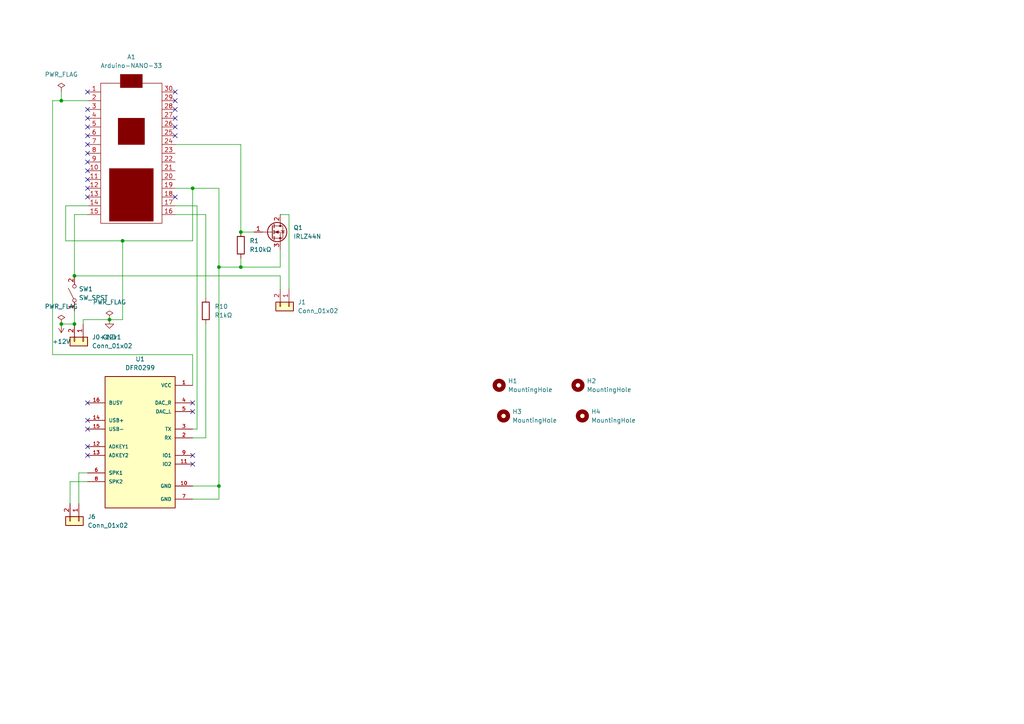
<source format=kicad_sch>
(kicad_sch (version 20211123) (generator eeschema)
  (paper "A4")
  (lib_symbols
    (symbol "Arduino-nano-33:Arduino-NANO-33" (pin_names (offset 1.016) hide)
      (property "Reference" "A1" (at 0 27.94 0))
      (property "Value" "Arduino-NANO-33" (at 0 25.4 0))
      (symbol "Arduino-NANO-33_0_1"
        (rectangle (start -8.89 -20.32) (end 8.89 20.32))
        (rectangle (start -3.81 10.16) (end 3.81 2.54) (fill (type outline)))
        (rectangle (start -3.175 22.86) (end 3.175 19.05) (fill (type outline)))
        (rectangle (start 6.35 -19.685) (end -6.35 -4.445) (fill (type outline)))
      )
      (symbol "Arduino-NANO-33_1_1"
        (pin passive line (at -12.7 17.78 0) (length 3.81) (name "D13~") (number "1"))
        (pin passive line (at -12.7 -5.08 0) (length 3.81) (name "A6") (number "10"))
        (pin passive line (at -12.7 -7.62 0) (length 3.81) (name "A7") (number "11"))
        (pin passive line (at -12.7 -10.16 0) (length 3.81) (name "+5V") (number "12"))
        (pin passive line (at -12.7 -12.7 0) (length 3.81) (name "RESET") (number "13"))
        (pin passive line (at -12.7 -15.24 0) (length 3.81) (name "GND") (number "14"))
        (pin passive line (at -12.7 -17.78 0) (length 3.81) (name "VIN") (number "15"))
        (pin passive line (at 12.7 -17.78 180) (length 3.81) (name "TX") (number "16"))
        (pin passive line (at 12.7 -15.24 180) (length 3.81) (name "RX") (number "17"))
        (pin passive line (at 12.7 -12.7 180) (length 3.81) (name "RESET") (number "18"))
        (pin passive line (at 12.7 -10.16 180) (length 3.81) (name "GND") (number "19"))
        (pin passive line (at -12.7 15.24 0) (length 3.81) (name "+3V3") (number "2"))
        (pin passive line (at 12.7 -7.62 180) (length 3.81) (name "~D2") (number "20"))
        (pin passive line (at 12.7 -5.08 180) (length 3.81) (name "~D3") (number "21"))
        (pin passive line (at 12.7 -2.54 180) (length 3.81) (name "~D4") (number "22"))
        (pin passive line (at 12.7 0 180) (length 3.81) (name "~D5") (number "23"))
        (pin passive line (at 12.7 2.54 180) (length 3.81) (name "~D6") (number "24"))
        (pin passive line (at 12.7 5.08 180) (length 3.81) (name "~D7") (number "25"))
        (pin passive line (at 12.7 7.62 180) (length 3.81) (name "~D8") (number "26"))
        (pin passive line (at 12.7 10.16 180) (length 3.81) (name "~D9") (number "27"))
        (pin passive line (at 12.7 12.7 180) (length 3.81) (name "~D10") (number "28"))
        (pin passive line (at 12.7 15.24 180) (length 3.81) (name "CIPI") (number "29"))
        (pin passive line (at -12.7 12.7 0) (length 3.81) (name "AREF") (number "3"))
        (pin passive line (at 12.7 17.78 180) (length 3.81) (name "CIPO") (number "30"))
        (pin passive line (at -12.7 10.16 0) (length 3.81) (name "A0") (number "4"))
        (pin passive line (at -12.7 7.62 0) (length 3.81) (name "A1") (number "5"))
        (pin passive line (at -12.7 5.08 0) (length 3.81) (name "A2") (number "6"))
        (pin passive line (at -12.7 2.54 0) (length 3.81) (name "A3") (number "7"))
        (pin passive line (at -12.7 0 0) (length 3.81) (name "A4") (number "8"))
        (pin passive line (at -12.7 -2.54 0) (length 3.81) (name "A5") (number "9"))
      )
    )
    (symbol "Connector_Generic:Conn_01x02" (pin_names (offset 1.016) hide)
      (property "Reference" "J" (at 0 2.54 0))
      (property "Value" "Conn_01x02" (at 0 -5.08 0))
      (symbol "Conn_01x02_1_1"
        (rectangle (start -1.27 -2.413) (end 0 -2.667) (stroke (width 0.1524)))
        (rectangle (start -1.27 0.127) (end 0 -0.127) (stroke (width 0.1524)))
        (rectangle (start -1.27 1.27) (end 1.27 -3.81) (stroke (width 0.254)) (fill (type background)))
        (pin passive line (at -5.08 0 0) (length 3.81) (name "Pin_1") (number "1"))
        (pin passive line (at -5.08 -2.54 0) (length 3.81) (name "Pin_2") (number "2"))
      )
    )
    (symbol "DFR0299:DFR0299" (pin_names (offset 1.016))
      (property "Reference" "U1" (at 0 22.86 0))
      (property "Value" "DFR0299" (at 0 20.32 0))
      (symbol "DFR0299_0_0"
        (rectangle (start -10.16 -20.32) (end 10.16 17.78) (stroke (width 0.254)) (fill (type background)))
        (pin power_in line (at 15.24 15.24 180) (length 5.08) (name "VCC") (number "1"))
        (pin passive line (at 15.24 -13.97 180) (length 5.08) (name "GND") (number "10"))
        (pin bidirectional line (at 15.24 -7.62 180) (length 5.08) (name "IO2") (number "11"))
        (pin input line (at -15.24 -2.54 0) (length 5.08) (name "ADKEY1") (number "12"))
        (pin input line (at -15.24 -5.08 0) (length 5.08) (name "ADKEY2") (number "13"))
        (pin input line (at -15.24 5.08 0) (length 5.08) (name "USB+") (number "14"))
        (pin input line (at -15.24 2.54 0) (length 5.08) (name "USB-") (number "15"))
        (pin input line (at -15.24 10.16 0) (length 5.08) (name "BUSY") (number "16"))
        (pin input line (at 15.24 0 180) (length 5.08) (name "RX") (number "2"))
        (pin output line (at 15.24 2.54 180) (length 5.08) (name "TX") (number "3"))
        (pin output line (at 15.24 10.16 180) (length 5.08) (name "DAC_R") (number "4"))
        (pin output line (at 15.24 7.62 180) (length 5.08) (name "DAC_L") (number "5"))
        (pin passive line (at -15.24 -10.16 0) (length 5.08) (name "SPK1") (number "6"))
        (pin passive line (at 15.24 -17.78 180) (length 5.08) (name "GND") (number "7"))
        (pin passive line (at -15.24 -12.7 0) (length 5.08) (name "SPK2") (number "8"))
        (pin bidirectional line (at 15.24 -5.08 180) (length 5.08) (name "IO1") (number "9"))
      )
    )
    (symbol "Device:R" (pin_numbers hide) (pin_names (offset 0))
      (property "Reference" "R" (at 2.032 0 90))
      (property "Value" "R" (at 0 0 90))
      (symbol "R_0_1"
        (rectangle (start -1.016 -2.54) (end 1.016 2.54) (stroke (width 0.254)))
      )
      (symbol "R_1_1"
        (pin passive line (at 0 3.81 270) (length 1.27) (name "~") (number "1"))
        (pin passive line (at 0 -3.81 90) (length 1.27) (name "~") (number "2"))
      )
    )
    (symbol "Mechanical:MountingHole" (pin_names (offset 1.016))
      (property "Reference" "H" (at 0 5.08 0))
      (property "Value" "MountingHole" (at 0 3.175 0))
      (symbol "MountingHole_0_1"
        (circle (center 0 0) (radius 1.27) (stroke (width 1.27)))
      )
    )
    (symbol "Switch:SW_SPST" (pin_names (offset 0) hide)
      (property "Reference" "SW" (at 0 3.175 0))
      (property "Value" "SW_SPST" (at 0 -2.54 0))
      (symbol "SW_SPST_0_0"
        (circle (center -2.032 0) (radius 0.508))
        (polyline (pts (xy -1.524 0.254) (xy 1.524 1.778)))
        (circle (center 2.032 0) (radius 0.508))
      )
      (symbol "SW_SPST_1_1"
        (pin passive line (at -5.08 0 0) (length 2.54) (name "A") (number "1"))
        (pin passive line (at 5.08 0 180) (length 2.54) (name "B") (number "2"))
      )
    )
    (symbol "Transistor_FET:IRLZ44N" (pin_names hide)
      (property "Reference" "Q" (at 6.35 1.905 0))
      (property "Value" "IRLZ44N" (at 6.35 0 0))
      (symbol "IRLZ44N_0_1"
        (polyline (pts (xy 0.254 0) (xy -2.54 0)))
        (polyline (pts (xy 0.254 1.905) (xy 0.254 -1.905)) (stroke (width 0.254)))
        (polyline (pts (xy 0.762 -1.27) (xy 0.762 -2.286)) (stroke (width 0.254)))
        (polyline (pts (xy 0.762 0.508) (xy 0.762 -0.508)) (stroke (width 0.254)))
        (polyline (pts (xy 0.762 2.286) (xy 0.762 1.27)) (stroke (width 0.254)))
        (polyline (pts (xy 2.54 2.54) (xy 2.54 1.778)))
        (polyline (pts (xy 2.54 -2.54) (xy 2.54 0) (xy 0.762 0)))
        (polyline (pts (xy 0.762 -1.778) (xy 3.302 -1.778) (xy 3.302 1.778) (xy 0.762 1.778)))
        (polyline (pts (xy 1.016 0) (xy 2.032 0.381) (xy 2.032 -0.381) (xy 1.016 0)) (fill (type outline)))
        (polyline (pts (xy 2.794 0.508) (xy 2.921 0.381) (xy 3.683 0.381) (xy 3.81 0.254)))
        (polyline (pts (xy 3.302 0.381) (xy 2.921 -0.254) (xy 3.683 -0.254) (xy 3.302 0.381)))
        (circle (center 1.651 0) (radius 2.794) (stroke (width 0.254)))
        (circle (center 2.54 -1.778) (radius 0.254) (fill (type outline)))
        (circle (center 2.54 1.778) (radius 0.254) (fill (type outline)))
      )
      (symbol "IRLZ44N_1_1"
        (pin input line (at -5.08 0 0) (length 2.54) (name "G") (number "1"))
        (pin passive line (at 2.54 5.08 270) (length 2.54) (name "D") (number "2"))
        (pin passive line (at 2.54 -5.08 90) (length 2.54) (name "S") (number "3"))
      )
    )
    (symbol "power:+12V" (power) (pin_names (offset 0))
      (property "Value" "+12V" (at 0 3.556 0))
      (symbol "+12V_0_1"
        (polyline (pts (xy -0.762 1.27) (xy 0 2.54)))
        (polyline (pts (xy 0 0) (xy 0 2.54)))
        (polyline (pts (xy 0 2.54) (xy 0.762 1.27)))
      )
      (symbol "+12V_1_1"
        (pin power_in line (at 0 0 90) (length 0) hide (name "+12V") (number "1"))
      )
    )
    (symbol "power:GND" (power) (pin_names (offset 0))
      (property "Value" "GND" (at 0 -3.81 0))
      (symbol "GND_0_1"
        (polyline (pts (xy 0 0) (xy 0 -1.27) (xy 1.27 -1.27) (xy 0 -2.54) (xy -1.27 -1.27) (xy 0 -1.27)))
      )
      (symbol "GND_1_1"
        (pin power_in line (at 0 0 270) (length 0) hide (name "GND") (number "1"))
      )
    )
    (symbol "power:PWR_FLAG" (power) (pin_numbers hide) (pin_names (offset 0) hide)
      (property "Value" "PWR_FLAG" (at 0 3.81 0))
      (symbol "PWR_FLAG_0_0"
        (pin power_out line (at 0 0 90) (length 0) (name "pwr") (number "1"))
      )
      (symbol "PWR_FLAG_0_1"
        (polyline (pts (xy 0 0) (xy 0 1.27) (xy -1.016 1.905) (xy 0 2.54) (xy 1.016 1.905) (xy 0 1.27)))
      )
    )
  )
  (junction (at 17.78 29.21))
  (junction (at 69.85 77.47))
  (junction (at 63.5 140.97))
  (junction (at 21.59 80.01))
  (junction (at 35.56 69.85))
  (junction (at 21.59 93.98))
  (junction (at 55.88 54.61))
  (junction (at 69.85 67.31))
  (junction (at 31.75 92.71))
  (junction (at 17.78 93.98))
  (junction (at 63.5 77.47))
  (no_connect (at 25.4 26.67))
  (no_connect (at 25.4 52.07))
  (no_connect (at 25.4 44.45))
  (no_connect (at 25.4 46.99))
  (no_connect (at 25.4 49.53))
  (no_connect (at 25.4 31.75))
  (no_connect (at 25.4 34.29))
  (no_connect (at 25.4 36.83))
  (no_connect (at 25.4 39.37))
  (no_connect (at 25.4 41.91))
  (no_connect (at 50.8 29.21))
  (no_connect (at 50.8 26.67))
  (no_connect (at 25.4 54.61))
  (no_connect (at 25.4 57.15))
  (no_connect (at 50.8 57.15))
  (no_connect (at 55.88 134.62))
  (no_connect (at 55.88 132.08))
  (no_connect (at 55.88 116.84))
  (no_connect (at 55.88 119.38))
  (no_connect (at 25.4 121.92))
  (no_connect (at 25.4 116.84))
  (no_connect (at 25.4 129.54))
  (no_connect (at 25.4 124.46))
  (no_connect (at 25.4 132.08))
  (no_connect (at 50.8 39.37))
  (no_connect (at 50.8 36.83))
  (no_connect (at 50.8 34.29))
  (no_connect (at 50.8 31.75))
  (wire (pts (xy 50.8 41.91) (xy 69.85 41.91)))
  (wire (pts (xy 19.05 69.85) (xy 35.56 69.85)))
  (wire (pts (xy 69.85 74.93) (xy 69.85 77.47)))
  (wire (pts (xy 31.75 92.71) (xy 35.56 92.71)))
  (wire (pts (xy 59.69 86.36) (xy 59.69 62.23)))
  (wire (pts (xy 55.88 124.46) (xy 57.15 124.46)))
  (wire (pts (xy 25.4 29.21) (xy 17.78 29.21)))
  (wire (pts (xy 17.78 26.67) (xy 17.78 29.21)))
  (wire (pts (xy 24.13 93.98) (xy 24.13 92.71)))
  (wire (pts (xy 69.85 41.91) (xy 69.85 67.31)))
  (wire (pts (xy 25.4 139.7) (xy 20.32 139.7)))
  (wire (pts (xy 50.8 54.61) (xy 55.88 54.61)))
  (wire (pts (xy 81.28 72.39) (xy 81.28 77.47)))
  (wire (pts (xy 21.59 80.01) (xy 81.28 80.01)))
  (wire (pts (xy 17.78 29.21) (xy 15.24 29.21)))
  (wire (pts (xy 21.59 62.23) (xy 21.59 80.01)))
  (wire (pts (xy 22.86 137.16) (xy 22.86 146.05)))
  (wire (pts (xy 55.88 102.87) (xy 55.88 111.76)))
  (wire (pts (xy 15.24 29.21) (xy 15.24 102.87)))
  (wire (pts (xy 69.85 67.31) (xy 73.66 67.31)))
  (wire (pts (xy 63.5 77.47) (xy 69.85 77.47)))
  (wire (pts (xy 69.85 77.47) (xy 81.28 77.47)))
  (wire (pts (xy 17.78 93.98) (xy 21.59 93.98)))
  (wire (pts (xy 81.28 80.01) (xy 81.28 83.82)))
  (wire (pts (xy 81.28 62.23) (xy 83.82 62.23)))
  (wire (pts (xy 50.8 59.69) (xy 57.15 59.69)))
  (wire (pts (xy 55.88 127) (xy 59.69 127)))
  (wire (pts (xy 35.56 92.71) (xy 35.56 69.85)))
  (wire (pts (xy 15.24 102.87) (xy 55.88 102.87)))
  (wire (pts (xy 63.5 140.97) (xy 63.5 77.47)))
  (wire (pts (xy 83.82 62.23) (xy 83.82 83.82)))
  (wire (pts (xy 55.88 69.85) (xy 55.88 54.61)))
  (wire (pts (xy 59.69 62.23) (xy 50.8 62.23)))
  (wire (pts (xy 63.5 144.78) (xy 63.5 140.97)))
  (wire (pts (xy 25.4 137.16) (xy 22.86 137.16)))
  (wire (pts (xy 25.4 59.69) (xy 19.05 59.69)))
  (wire (pts (xy 55.88 140.97) (xy 63.5 140.97)))
  (wire (pts (xy 63.5 54.61) (xy 63.5 77.47)))
  (wire (pts (xy 20.32 139.7) (xy 20.32 146.05)))
  (wire (pts (xy 25.4 62.23) (xy 21.59 62.23)))
  (wire (pts (xy 19.05 59.69) (xy 19.05 69.85)))
  (wire (pts (xy 35.56 69.85) (xy 55.88 69.85)))
  (wire (pts (xy 55.88 54.61) (xy 63.5 54.61)))
  (wire (pts (xy 57.15 124.46) (xy 57.15 59.69)))
  (wire (pts (xy 59.69 127) (xy 59.69 93.98)))
  (wire (pts (xy 24.13 92.71) (xy 31.75 92.71)))
  (wire (pts (xy 55.88 144.78) (xy 63.5 144.78)))
  (wire (pts (xy 21.59 90.17) (xy 21.59 93.98)))
  (symbol (lib_id "Connector_Generic:Conn_01x02") (at 83.82 88.9 270) (unit 1)
    (property "Reference" "J1" (at 86.36 87.6299 90) (effects (justify left)))
    (property "Value" "Conn_01x02" (at 86.36 90.1699 90) (effects (justify left)))
    (property "Footprint" "Connector_JST:JST_PH_B2B-PH-K_1x02_P2.00mm_Vertical" (effects hide))
  )
  (symbol (lib_id "Mechanical:MountingHole") (at 168.91 120.65 0) (unit 1)
    (property "Reference" "H4" (at 171.45 119.3799 0) (effects (justify left)))
    (property "Value" "MountingHole" (at 171.45 121.9199 0) (effects (justify left)))
    (property "Footprint" "MountingHole:MountingHole_2.5mm" (effects hide))
  )
  (symbol (lib_id "power:PWR_FLAG") (at 17.78 93.98 0) (unit 1)
    (property "Reference" "#FLG0101" (effects hide))
    (property "Value" "PWR_FLAG" (at 17.78 88.9 0))
  )
  (symbol (lib_id "Mechanical:MountingHole") (at 146.05 120.65 0) (unit 1)
    (property "Reference" "H3" (at 148.59 119.3799 0) (effects (justify left)))
    (property "Value" "MountingHole" (at 148.59 121.9199 0) (effects (justify left)))
    (property "Footprint" "MountingHole:MountingHole_2.5mm" (effects hide))
  )
  (symbol (lib_id "Transistor_FET:IRLZ44N") (at 78.74 67.31 0) (unit 1)
    (property "Reference" "Q1" (at 85.09 66.0399 0) (effects (justify left)))
    (property "Value" "IRLZ44N" (at 85.09 68.5799 0) (effects (justify left)))
    (property "Footprint" "Package_TO_SOT_THT:TO-220-3_Vertical" (effects hide))
    (property "Datasheet" "http://www.irf.com/product-info/datasheets/data/irlz44n.pdf" (effects hide))
  )
  (symbol (lib_id "power:+12V") (at 17.78 93.98 180) (unit 1)
    (property "Reference" "#PWR0102" (effects hide))
    (property "Value" "+12V" (at 17.78 99.06 0))
  )
  (symbol (lib_id "Mechanical:MountingHole") (at 167.64 111.76 0) (unit 1)
    (property "Reference" "H2" (at 170.18 110.4899 0) (effects (justify left)))
    (property "Value" "MountingHole" (at 170.18 113.0299 0) (effects (justify left)))
    (property "Footprint" "MountingHole:MountingHole_2.5mm" (effects hide))
  )
  (symbol (lib_id "Arduino-nano-33:Arduino-NANO-33") (at 38.1 44.45 0) (unit 1)
    (property "Reference" "A1" (at 38.1 16.51 0))
    (property "Value" "Arduino-NANO-33" (at 38.1 19.05 0))
    (property "Footprint" "Nano_33:NANO_33_Socket_Castell" (effects hide))
  )
  (symbol (lib_id "Device:R") (at 69.85 71.12 0) (unit 1)
    (property "Reference" "R1" (at 72.39 69.8499 0) (effects (justify left)))
    (property "Value" "R10kΩ" (at 72.39 72.3899 0) (effects (justify left)))
    (property "Footprint" "Resistor_THT:R_Axial_DIN0207_L6.3mm_D2.5mm_P7.62mm_Horizontal" (effects hide))
  )
  (symbol (lib_id "Connector_Generic:Conn_01x02") (at 24.13 99.06 270) (unit 1)
    (property "Reference" "J0+12v1" (at 26.67 97.7899 90) (effects (justify left)))
    (property "Value" "Conn_01x02" (at 26.67 100.3299 90) (effects (justify left)))
    (property "Footprint" "Connector_JST:JST_PH_B2B-PH-K_1x02_P2.00mm_Vertical" (effects hide))
  )
  (symbol (lib_id "Switch:SW_SPST") (at 21.59 85.09 90) (unit 1)
    (property "Reference" "SW1" (at 22.86 83.8199 90) (effects (justify right)))
    (property "Value" "SW_SPST" (at 22.86 86.3599 90) (effects (justify right)))
    (property "Footprint" "Button_Switch_THT:SW_CW_GPTS203211B" (effects hide))
  )
  (symbol (lib_id "power:PWR_FLAG") (at 31.75 92.71 0) (unit 1)
    (property "Reference" "#FLG0103" (effects hide))
    (property "Value" "PWR_FLAG" (at 31.75 87.63 0))
  )
  (symbol (lib_id "power:PWR_FLAG") (at 17.78 26.67 0) (unit 1)
    (property "Reference" "#FLG0102" (effects hide))
    (property "Value" "PWR_FLAG" (at 17.78 21.59 0))
  )
  (symbol (lib_id "Device:R") (at 59.69 90.17 180) (unit 1)
    (property "Reference" "R10" (at 62.23 88.8999 0) (effects (justify right)))
    (property "Value" "R1kΩ" (at 62.23 91.4399 0) (effects (justify right)))
    (property "Footprint" "Resistor_THT:R_Axial_DIN0207_L6.3mm_D2.5mm_P7.62mm_Horizontal" (effects hide))
  )
  (symbol (lib_id "power:GND") (at 31.75 92.71 0) (unit 1)
    (property "Reference" "#PWR0101" (effects hide))
    (property "Value" "GND" (at 31.75 97.79 0))
  )
  (symbol (lib_id "DFR0299:DFR0299") (at 40.64 127 0) (unit 1)
    (property "Reference" "U1" (at 40.64 104.14 0))
    (property "Value" "DFR0299" (at 40.64 106.68 0))
    (property "Footprint" "DFPlayer:MODULE_DFR0299" (effects hide))
    (property "DESCRIPTION" "Dfplayer - a Mini Mp3 Player" (effects hide))
    (property "MP" "DFR0299" (effects hide))
    (property "PACKAGE" "None" (effects hide))
    (property "PRICE" "None" (effects hide))
    (property "AVAILABILITY" "Unavailable" (effects hide))
    (property "MF" "DFRobot" (effects hide))
  )
  (symbol (lib_id "Mechanical:MountingHole") (at 144.78 111.76 0) (unit 1)
    (property "Reference" "H1" (at 147.32 110.4899 0) (effects (justify left)))
    (property "Value" "MountingHole" (at 147.32 113.0299 0) (effects (justify left)))
    (property "Footprint" "MountingHole:MountingHole_2.5mm" (effects hide))
  )
  (symbol (lib_id "Connector_Generic:Conn_01x02") (at 22.86 151.13 270) (unit 1)
    (property "Reference" "J6" (at 25.4 149.8599 90) (effects (justify left)))
    (property "Value" "Conn_01x02" (at 25.4 152.3999 90) (effects (justify left)))
    (property "Footprint" "Connector_JST:JST_PH_B2B-PH-K_1x02_P2.00mm_Vertical" (effects hide))
  )
)
</source>
